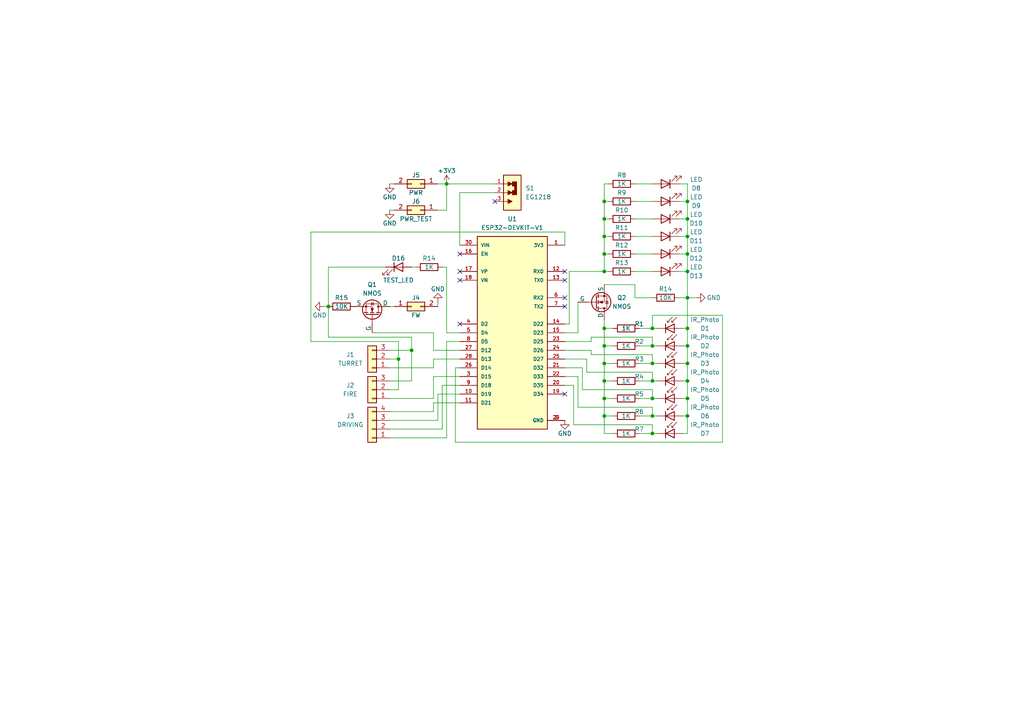
<source format=kicad_sch>
(kicad_sch (version 20230121) (generator eeschema)
  (paper "A4")
  (lib_symbols
    (symbol "Connector_Generic:Conn_01x03" (pin_names (offset 1.016) hide)
      (property "Reference" "J" (at 0 5.08 0))
      (property "Value" "Conn_01x03" (at 0 -5.08 0))
      (symbol "Conn_01x03_1_1"
        (rectangle (start -1.27 -2.413) (end 0 -2.667) (stroke (width 0.1524)))
        (rectangle (start -1.27 0.127) (end 0 -0.127) (stroke (width 0.1524)))
        (rectangle (start -1.27 2.667) (end 0 2.413) (stroke (width 0.1524)))
        (rectangle (start -1.27 3.81) (end 1.27 -3.81) (stroke (width 0.254)) (fill (type background)))
        (pin passive line (at -5.08 2.54 0) (length 3.81) (name "Pin_1") (number "1"))
        (pin passive line (at -5.08 0 0) (length 3.81) (name "Pin_2") (number "2"))
        (pin passive line (at -5.08 -2.54 0) (length 3.81) (name "Pin_3") (number "3"))
      )
    )
    (symbol "Connector_Generic:Conn_01x04" (pin_names (offset 1.016) hide)
      (property "Reference" "J" (at 0 5.08 0))
      (property "Value" "Conn_01x04" (at 0 -7.62 0))
      (symbol "Conn_01x04_1_1"
        (rectangle (start -1.27 -4.953) (end 0 -5.207) (stroke (width 0.1524)))
        (rectangle (start -1.27 -2.413) (end 0 -2.667) (stroke (width 0.1524)))
        (rectangle (start -1.27 0.127) (end 0 -0.127) (stroke (width 0.1524)))
        (rectangle (start -1.27 2.667) (end 0 2.413) (stroke (width 0.1524)))
        (rectangle (start -1.27 3.81) (end 1.27 -6.35) (stroke (width 0.254)) (fill (type background)))
        (pin passive line (at -5.08 2.54 0) (length 3.81) (name "Pin_1") (number "1"))
        (pin passive line (at -5.08 0 0) (length 3.81) (name "Pin_2") (number "2"))
        (pin passive line (at -5.08 -2.54 0) (length 3.81) (name "Pin_3") (number "3"))
        (pin passive line (at -5.08 -5.08 0) (length 3.81) (name "Pin_4") (number "4"))
      )
    )
    (symbol "Connector_Generic:Conn_02x01" (pin_names (offset 1.016) hide)
      (property "Reference" "J" (at 1.27 2.54 0))
      (property "Value" "Conn_02x01" (at 1.27 -2.54 0))
      (symbol "Conn_02x01_1_1"
        (rectangle (start -1.27 0.127) (end 0 -0.127) (stroke (width 0.1524)))
        (rectangle (start -1.27 1.27) (end 3.81 -1.27) (stroke (width 0.254)) (fill (type background)))
        (rectangle (start 3.81 0.127) (end 2.54 -0.127) (stroke (width 0.1524)))
        (pin passive line (at -5.08 0 0) (length 3.81) (name "Pin_1") (number "1"))
        (pin passive line (at 7.62 0 180) (length 3.81) (name "Pin_2") (number "2"))
      )
    )
    (symbol "Device:D_Photo" (pin_numbers hide) (pin_names hide)
      (property "Reference" "D" (at 0.508 1.778 0))
      (property "Value" "D_Photo" (at -1.016 -2.794 0))
      (symbol "D_Photo_0_1"
        (polyline (pts (xy -2.54 1.27) (xy -2.54 -1.27)) (stroke (width 0.254)))
        (polyline (pts (xy -2.032 1.778) (xy -1.524 1.778)))
        (polyline (pts (xy 0 0) (xy -2.54 0)))
        (polyline (pts (xy -0.508 3.302) (xy -2.032 1.778) (xy -2.032 2.286)))
        (polyline (pts (xy 0 -1.27) (xy 0 1.27) (xy -2.54 0) (xy 0 -1.27)) (stroke (width 0.254)))
        (polyline (pts (xy 0.762 3.302) (xy -0.762 1.778) (xy -0.762 2.286) (xy -0.762 1.778) (xy -0.254 1.778)))
      )
      (symbol "D_Photo_1_1"
        (pin passive line (at -5.08 0 0) (length 2.54) (name "K") (number "1"))
        (pin passive line (at 2.54 0 180) (length 2.54) (name "A") (number "2"))
      )
    )
    (symbol "Device:LED" (pin_numbers hide) (pin_names (offset 1.016) hide)
      (property "Reference" "D" (at 0 2.54 0))
      (property "Value" "LED" (at 0 -2.54 0))
      (symbol "LED_0_1"
        (polyline (pts (xy -1.27 -1.27) (xy -1.27 1.27)) (stroke (width 0.254)))
        (polyline (pts (xy -1.27 0) (xy 1.27 0)))
        (polyline (pts (xy 1.27 -1.27) (xy 1.27 1.27) (xy -1.27 0) (xy 1.27 -1.27)) (stroke (width 0.254)))
        (polyline (pts (xy -3.048 -0.762) (xy -4.572 -2.286) (xy -3.81 -2.286) (xy -4.572 -2.286) (xy -4.572 -1.524)))
        (polyline (pts (xy -1.778 -0.762) (xy -3.302 -2.286) (xy -2.54 -2.286) (xy -3.302 -2.286) (xy -3.302 -1.524)))
      )
      (symbol "LED_1_1"
        (pin passive line (at -3.81 0 0) (length 2.54) (name "K") (number "1"))
        (pin passive line (at 3.81 0 180) (length 2.54) (name "A") (number "2"))
      )
    )
    (symbol "Device:R" (pin_numbers hide) (pin_names (offset 0))
      (property "Reference" "R" (at 2.032 0 90))
      (property "Value" "R" (at 0 0 90))
      (symbol "R_0_1"
        (rectangle (start -1.016 -2.54) (end 1.016 2.54) (stroke (width 0.254)))
      )
      (symbol "R_1_1"
        (pin passive line (at 0 3.81 270) (length 1.27) (name "~") (number "1"))
        (pin passive line (at 0 -3.81 90) (length 1.27) (name "~") (number "2"))
      )
    )
    (symbol "EG1218:EG1218" (pin_names (offset 1.016))
      (property "Reference" "S" (at -5.08 5.842 0))
      (property "Value" "EG1218" (at -5.08 -7.62 0))
      (symbol "EG1218_0_0"
        (rectangle (start -2.54 -5.08) (end 2.54 5.08) (stroke (width 0.254)) (fill (type background)))
        (polyline (pts (xy -2.54 -2.54) (xy -1.27 -2.54)) (stroke (width 0.1524)))
        (polyline (pts (xy -2.54 0) (xy -1.27 0)) (stroke (width 0.1524)))
        (polyline (pts (xy -2.54 2.54) (xy -1.27 2.54)) (stroke (width 0.1524)))
        (polyline (pts (xy -1.27 -1.905) (xy -1.27 -3.175) (xy 0 -2.54) (xy -1.27 -1.905)) (stroke (width 0.1524)) (fill (type outline)))
        (polyline (pts (xy -1.27 0.635) (xy -1.27 -0.635) (xy 0 0) (xy -1.27 0.635)) (stroke (width 0.1524)) (fill (type outline)))
        (polyline (pts (xy -1.27 3.175) (xy -1.27 1.905) (xy 0 2.54) (xy -1.27 3.175)) (stroke (width 0.1524)) (fill (type outline)))
        (polyline (pts (xy 0 1.905) (xy 0 3.175) (xy 1.27 3.175) (xy 1.27 -0.635) (xy 0 -0.635) (xy 0 0.635) (xy 0.635 0.635) (xy 0.635 1.905) (xy 0 1.905)) (stroke (width 0.1524)) (fill (type outline)))
        (pin passive line (at -5.08 2.54 0) (length 2.54) (name "~") (number "1"))
        (pin passive line (at -5.08 0 0) (length 2.54) (name "~") (number "2"))
        (pin passive line (at -5.08 -2.54 0) (length 2.54) (name "~") (number "3"))
      )
    )
    (symbol "ESP32-DEVKIT-V1:ESP32-DEVKIT-V1" (pin_names (offset 1.016))
      (property "Reference" "U" (at -10.16 30.48 0))
      (property "Value" "ESP32-DEVKIT-V1" (at -10.16 -30.48 0))
      (symbol "ESP32-DEVKIT-V1_0_0"
        (rectangle (start -10.16 -27.94) (end 10.16 27.94) (stroke (width 0.254)) (fill (type background)))
        (pin output line (at 15.24 25.4 180) (length 5.08) (name "3V3") (number "1"))
        (pin bidirectional line (at -15.24 -17.78 0) (length 5.08) (name "D19") (number "10"))
        (pin bidirectional line (at -15.24 -20.32 0) (length 5.08) (name "D21") (number "11"))
        (pin input line (at 15.24 17.78 180) (length 5.08) (name "RX0") (number "12"))
        (pin output line (at 15.24 15.24 180) (length 5.08) (name "TX0") (number "13"))
        (pin bidirectional line (at 15.24 2.54 180) (length 5.08) (name "D22") (number "14"))
        (pin bidirectional line (at 15.24 0 180) (length 5.08) (name "D23") (number "15"))
        (pin input line (at -15.24 22.86 0) (length 5.08) (name "EN") (number "16"))
        (pin bidirectional line (at -15.24 17.78 0) (length 5.08) (name "VP") (number "17"))
        (pin bidirectional line (at -15.24 15.24 0) (length 5.08) (name "VN") (number "18"))
        (pin bidirectional line (at 15.24 -17.78 180) (length 5.08) (name "D34") (number "19"))
        (pin power_in line (at 15.24 -25.4 180) (length 5.08) (name "GND") (number "2"))
        (pin bidirectional line (at 15.24 -15.24 180) (length 5.08) (name "D35") (number "20"))
        (pin bidirectional line (at 15.24 -10.16 180) (length 5.08) (name "D32") (number "21"))
        (pin bidirectional line (at 15.24 -12.7 180) (length 5.08) (name "D33") (number "22"))
        (pin bidirectional line (at 15.24 -2.54 180) (length 5.08) (name "D25") (number "23"))
        (pin bidirectional line (at 15.24 -5.08 180) (length 5.08) (name "D26") (number "24"))
        (pin bidirectional line (at 15.24 -7.62 180) (length 5.08) (name "D27") (number "25"))
        (pin bidirectional line (at -15.24 -10.16 0) (length 5.08) (name "D14") (number "26"))
        (pin bidirectional line (at -15.24 -5.08 0) (length 5.08) (name "D12") (number "27"))
        (pin bidirectional line (at -15.24 -7.62 0) (length 5.08) (name "D13") (number "28"))
        (pin power_in line (at 15.24 -25.4 180) (length 5.08) (name "GND") (number "29"))
        (pin bidirectional line (at -15.24 -12.7 0) (length 5.08) (name "D15") (number "3"))
        (pin input line (at -15.24 25.4 0) (length 5.08) (name "VIN") (number "30"))
        (pin bidirectional line (at -15.24 2.54 0) (length 5.08) (name "D2") (number "4"))
        (pin bidirectional line (at -15.24 0 0) (length 5.08) (name "D4") (number "5"))
        (pin input line (at 15.24 10.16 180) (length 5.08) (name "RX2") (number "6"))
        (pin output line (at 15.24 7.62 180) (length 5.08) (name "TX2") (number "7"))
        (pin bidirectional line (at -15.24 -2.54 0) (length 5.08) (name "D5") (number "8"))
        (pin bidirectional line (at -15.24 -15.24 0) (length 5.08) (name "D18") (number "9"))
      )
    )
    (symbol "Simulation_SPICE:NMOS" (pin_numbers hide) (pin_names (offset 0))
      (property "Reference" "Q" (at 5.08 1.27 0))
      (property "Value" "NMOS" (at 5.08 -1.27 0))
      (symbol "NMOS_0_1"
        (polyline (pts (xy 0.254 0) (xy -2.54 0)))
        (polyline (pts (xy 0.254 1.905) (xy 0.254 -1.905)) (stroke (width 0.254)))
        (polyline (pts (xy 0.762 -1.27) (xy 0.762 -2.286)) (stroke (width 0.254)))
        (polyline (pts (xy 0.762 0.508) (xy 0.762 -0.508)) (stroke (width 0.254)))
        (polyline (pts (xy 0.762 2.286) (xy 0.762 1.27)) (stroke (width 0.254)))
        (polyline (pts (xy 2.54 2.54) (xy 2.54 1.778)))
        (polyline (pts (xy 2.54 -2.54) (xy 2.54 0) (xy 0.762 0)))
        (polyline (pts (xy 0.762 -1.778) (xy 3.302 -1.778) (xy 3.302 1.778) (xy 0.762 1.778)))
        (polyline (pts (xy 1.016 0) (xy 2.032 0.381) (xy 2.032 -0.381) (xy 1.016 0)) (fill (type outline)))
        (polyline (pts (xy 2.794 0.508) (xy 2.921 0.381) (xy 3.683 0.381) (xy 3.81 0.254)))
        (polyline (pts (xy 3.302 0.381) (xy 2.921 -0.254) (xy 3.683 -0.254) (xy 3.302 0.381)))
        (circle (center 1.651 0) (radius 2.794) (stroke (width 0.254)))
        (circle (center 2.54 -1.778) (radius 0.254) (fill (type outline)))
        (circle (center 2.54 1.778) (radius 0.254) (fill (type outline)))
      )
      (symbol "NMOS_1_1"
        (pin passive line (at 2.54 5.08 270) (length 2.54) (name "D") (number "1"))
        (pin input line (at -5.08 0 0) (length 2.54) (name "G") (number "2"))
        (pin passive line (at 2.54 -5.08 90) (length 2.54) (name "S") (number "3"))
      )
    )
    (symbol "power:+3V3" (power) (pin_names (offset 0))
      (property "Value" "+3V3" (at 0 3.556 0))
      (symbol "+3V3_0_1"
        (polyline (pts (xy -0.762 1.27) (xy 0 2.54)))
        (polyline (pts (xy 0 0) (xy 0 2.54)))
        (polyline (pts (xy 0 2.54) (xy 0.762 1.27)))
      )
      (symbol "+3V3_1_1"
        (pin power_in line (at 0 0 90) (length 0) hide (name "+3V3") (number "1"))
      )
    )
    (symbol "power:GND" (power) (pin_names (offset 0))
      (property "Value" "GND" (at 0 -3.81 0))
      (symbol "GND_0_1"
        (polyline (pts (xy 0 0) (xy 0 -1.27) (xy 1.27 -1.27) (xy 0 -2.54) (xy -1.27 -1.27) (xy 0 -1.27)))
      )
      (symbol "GND_1_1"
        (pin power_in line (at 0 0 270) (length 0) hide (name "GND") (number "1"))
      )
    )
  )
  (junction (at 199.39 120.65))
  (junction (at 199.39 115.57))
  (junction (at 175.26 105.41))
  (junction (at 199.39 100.33))
  (junction (at 199.39 63.5))
  (junction (at 199.39 68.58))
  (junction (at 115.57 104.14))
  (junction (at 175.26 78.74))
  (junction (at 199.39 86.36))
  (junction (at 175.26 63.5))
  (junction (at 129.54 53.34))
  (junction (at 199.39 95.25))
  (junction (at 199.39 110.49))
  (junction (at 189.23 110.49))
  (junction (at 175.26 120.65))
  (junction (at 189.23 120.65))
  (junction (at 199.39 105.41))
  (junction (at 199.39 73.66))
  (junction (at 95.25 88.9))
  (junction (at 199.39 58.42))
  (junction (at 175.26 100.33))
  (junction (at 189.23 100.33))
  (junction (at 175.26 115.57))
  (junction (at 189.23 125.73))
  (junction (at 119.38 101.6))
  (junction (at 175.26 110.49))
  (junction (at 189.23 105.41))
  (junction (at 189.23 115.57))
  (junction (at 175.26 68.58))
  (junction (at 199.39 78.74))
  (junction (at 189.23 95.25))
  (junction (at 175.26 58.42))
  (junction (at 175.26 73.66))
  (junction (at 175.26 95.25))
  (no_connect (at 143.51 58.42))
  (no_connect (at 163.83 78.74))
  (no_connect (at 163.83 88.9))
  (no_connect (at 163.83 81.28))
  (no_connect (at 133.35 73.66))
  (no_connect (at 163.83 86.36))
  (no_connect (at 133.35 81.28))
  (no_connect (at 133.35 93.98))
  (no_connect (at 133.35 78.74))
  (no_connect (at 163.83 114.3))
  (wire (pts (xy 95.25 77.47) (xy 95.25 88.9)))
  (wire (pts (xy 196.85 78.74) (xy 199.39 78.74)))
  (wire (pts (xy 170.18 107.95) (xy 170.18 104.14)))
  (wire (pts (xy 185.42 100.33) (xy 189.23 100.33)))
  (wire (pts (xy 166.37 111.76) (xy 163.83 111.76)))
  (wire (pts (xy 175.26 115.57) (xy 177.8 115.57)))
  (wire (pts (xy 127 121.92) (xy 127 114.3)))
  (wire (pts (xy 120.65 77.47) (xy 119.38 77.47)))
  (wire (pts (xy 129.54 77.47) (xy 129.54 96.52)))
  (wire (pts (xy 189.23 100.33) (xy 189.23 97.79)))
  (wire (pts (xy 175.26 73.66) (xy 175.26 78.74)))
  (wire (pts (xy 163.83 99.06) (xy 171.45 99.06)))
  (wire (pts (xy 184.15 53.34) (xy 189.23 53.34)))
  (wire (pts (xy 184.15 82.55) (xy 184.15 86.36)))
  (wire (pts (xy 189.23 100.33) (xy 190.5 100.33)))
  (wire (pts (xy 165.1 78.74) (xy 175.26 78.74)))
  (wire (pts (xy 113.03 53.34) (xy 114.3 53.34)))
  (wire (pts (xy 199.39 78.74) (xy 199.39 86.36)))
  (wire (pts (xy 189.23 95.25) (xy 189.23 91.44)))
  (wire (pts (xy 129.54 99.06) (xy 133.35 99.06)))
  (wire (pts (xy 199.39 86.36) (xy 201.93 86.36)))
  (wire (pts (xy 143.51 55.88) (xy 133.35 55.88)))
  (wire (pts (xy 196.85 86.36) (xy 199.39 86.36)))
  (wire (pts (xy 175.26 82.55) (xy 184.15 82.55)))
  (wire (pts (xy 90.17 99.06) (xy 90.17 67.31)))
  (wire (pts (xy 163.83 93.98) (xy 165.1 93.98)))
  (wire (pts (xy 185.42 125.73) (xy 189.23 125.73)))
  (wire (pts (xy 175.26 120.65) (xy 175.26 115.57)))
  (wire (pts (xy 185.42 110.49) (xy 189.23 110.49)))
  (wire (pts (xy 132.08 128.27) (xy 132.08 106.68)))
  (wire (pts (xy 189.23 120.65) (xy 190.5 120.65)))
  (wire (pts (xy 199.39 73.66) (xy 199.39 78.74)))
  (wire (pts (xy 128.27 111.76) (xy 133.35 111.76)))
  (wire (pts (xy 113.03 124.46) (xy 128.27 124.46)))
  (wire (pts (xy 113.03 101.6) (xy 119.38 101.6)))
  (wire (pts (xy 199.39 115.57) (xy 199.39 120.65)))
  (wire (pts (xy 111.76 77.47) (xy 95.25 77.47)))
  (wire (pts (xy 115.57 104.14) (xy 113.03 104.14)))
  (wire (pts (xy 198.12 120.65) (xy 199.39 120.65)))
  (wire (pts (xy 113.03 121.92) (xy 127 121.92)))
  (wire (pts (xy 196.85 58.42) (xy 199.39 58.42)))
  (wire (pts (xy 107.95 96.52) (xy 125.73 96.52)))
  (wire (pts (xy 198.12 125.73) (xy 199.39 125.73)))
  (wire (pts (xy 125.73 115.57) (xy 125.73 109.22)))
  (wire (pts (xy 163.83 106.68) (xy 168.91 106.68)))
  (wire (pts (xy 175.26 115.57) (xy 175.26 110.49)))
  (wire (pts (xy 196.85 53.34) (xy 199.39 53.34)))
  (wire (pts (xy 113.03 115.57) (xy 125.73 115.57)))
  (wire (pts (xy 189.23 125.73) (xy 189.23 123.19)))
  (wire (pts (xy 163.83 67.31) (xy 163.83 71.12)))
  (wire (pts (xy 175.26 58.42) (xy 176.53 58.42)))
  (wire (pts (xy 114.3 88.9) (xy 113.03 88.9)))
  (wire (pts (xy 175.26 110.49) (xy 177.8 110.49)))
  (wire (pts (xy 125.73 109.22) (xy 133.35 109.22)))
  (wire (pts (xy 95.25 88.9) (xy 93.98 88.9)))
  (wire (pts (xy 199.39 95.25) (xy 199.39 100.33)))
  (wire (pts (xy 119.38 97.79) (xy 119.38 101.6)))
  (wire (pts (xy 167.64 87.63) (xy 167.64 96.52)))
  (wire (pts (xy 189.23 97.79) (xy 171.45 97.79)))
  (wire (pts (xy 95.25 97.79) (xy 119.38 97.79)))
  (wire (pts (xy 125.73 106.68) (xy 125.73 104.14)))
  (wire (pts (xy 129.54 53.34) (xy 129.54 60.96)))
  (wire (pts (xy 198.12 115.57) (xy 199.39 115.57)))
  (wire (pts (xy 198.12 95.25) (xy 199.39 95.25)))
  (wire (pts (xy 95.25 88.9) (xy 95.25 97.79)))
  (wire (pts (xy 184.15 68.58) (xy 189.23 68.58)))
  (wire (pts (xy 185.42 105.41) (xy 189.23 105.41)))
  (wire (pts (xy 163.83 104.14) (xy 170.18 104.14)))
  (wire (pts (xy 189.23 102.87) (xy 171.45 102.87)))
  (wire (pts (xy 199.39 58.42) (xy 199.39 63.5)))
  (wire (pts (xy 113.03 119.38) (xy 125.73 119.38)))
  (wire (pts (xy 185.42 95.25) (xy 189.23 95.25)))
  (wire (pts (xy 125.73 101.6) (xy 125.73 96.52)))
  (wire (pts (xy 115.57 113.03) (xy 115.57 104.14)))
  (wire (pts (xy 125.73 119.38) (xy 125.73 116.84)))
  (wire (pts (xy 184.15 58.42) (xy 189.23 58.42)))
  (wire (pts (xy 184.15 63.5) (xy 189.23 63.5)))
  (wire (pts (xy 177.8 125.73) (xy 175.26 125.73)))
  (wire (pts (xy 125.73 116.84) (xy 133.35 116.84)))
  (wire (pts (xy 119.38 101.6) (xy 119.38 110.49)))
  (wire (pts (xy 184.15 73.66) (xy 189.23 73.66)))
  (wire (pts (xy 196.85 68.58) (xy 199.39 68.58)))
  (wire (pts (xy 175.26 58.42) (xy 175.26 63.5)))
  (wire (pts (xy 189.23 118.11) (xy 167.64 118.11)))
  (wire (pts (xy 189.23 115.57) (xy 189.23 113.03)))
  (wire (pts (xy 132.08 106.68) (xy 133.35 106.68)))
  (wire (pts (xy 113.03 127) (xy 129.54 127)))
  (wire (pts (xy 198.12 105.41) (xy 199.39 105.41)))
  (wire (pts (xy 119.38 110.49) (xy 113.03 110.49)))
  (wire (pts (xy 199.39 105.41) (xy 199.39 110.49)))
  (wire (pts (xy 175.26 120.65) (xy 177.8 120.65)))
  (wire (pts (xy 133.35 55.88) (xy 133.35 71.12)))
  (wire (pts (xy 113.03 106.68) (xy 125.73 106.68)))
  (wire (pts (xy 113.03 113.03) (xy 115.57 113.03)))
  (wire (pts (xy 175.26 100.33) (xy 177.8 100.33)))
  (wire (pts (xy 175.26 95.25) (xy 177.8 95.25)))
  (wire (pts (xy 189.23 110.49) (xy 189.23 107.95)))
  (wire (pts (xy 129.54 53.34) (xy 143.51 53.34)))
  (wire (pts (xy 175.26 63.5) (xy 175.26 68.58)))
  (wire (pts (xy 199.39 53.34) (xy 199.39 58.42)))
  (wire (pts (xy 189.23 105.41) (xy 189.23 102.87)))
  (wire (pts (xy 189.23 107.95) (xy 170.18 107.95)))
  (wire (pts (xy 184.15 86.36) (xy 189.23 86.36)))
  (wire (pts (xy 166.37 123.19) (xy 166.37 111.76)))
  (wire (pts (xy 199.39 63.5) (xy 199.39 68.58)))
  (wire (pts (xy 189.23 110.49) (xy 190.5 110.49)))
  (wire (pts (xy 189.23 120.65) (xy 189.23 118.11)))
  (wire (pts (xy 163.83 101.6) (xy 171.45 101.6)))
  (wire (pts (xy 184.15 78.74) (xy 189.23 78.74)))
  (wire (pts (xy 199.39 86.36) (xy 199.39 95.25)))
  (wire (pts (xy 175.26 78.74) (xy 176.53 78.74)))
  (wire (pts (xy 175.26 110.49) (xy 175.26 105.41)))
  (wire (pts (xy 129.54 53.34) (xy 127 53.34)))
  (wire (pts (xy 175.26 53.34) (xy 175.26 58.42)))
  (wire (pts (xy 165.1 93.98) (xy 165.1 78.74)))
  (wire (pts (xy 198.12 110.49) (xy 199.39 110.49)))
  (wire (pts (xy 189.23 115.57) (xy 190.5 115.57)))
  (wire (pts (xy 125.73 101.6) (xy 133.35 101.6)))
  (wire (pts (xy 185.42 120.65) (xy 189.23 120.65)))
  (wire (pts (xy 168.91 113.03) (xy 168.91 106.68)))
  (wire (pts (xy 175.26 73.66) (xy 176.53 73.66)))
  (wire (pts (xy 175.26 105.41) (xy 177.8 105.41)))
  (wire (pts (xy 163.83 109.22) (xy 167.64 109.22)))
  (wire (pts (xy 189.23 105.41) (xy 190.5 105.41)))
  (wire (pts (xy 128.27 77.47) (xy 129.54 77.47)))
  (wire (pts (xy 176.53 53.34) (xy 175.26 53.34)))
  (wire (pts (xy 175.26 68.58) (xy 175.26 73.66)))
  (wire (pts (xy 199.39 120.65) (xy 199.39 125.73)))
  (wire (pts (xy 129.54 60.96) (xy 127 60.96)))
  (wire (pts (xy 209.55 128.27) (xy 132.08 128.27)))
  (wire (pts (xy 167.64 96.52) (xy 163.83 96.52)))
  (wire (pts (xy 196.85 63.5) (xy 199.39 63.5)))
  (wire (pts (xy 127 114.3) (xy 133.35 114.3)))
  (wire (pts (xy 209.55 91.44) (xy 209.55 128.27)))
  (wire (pts (xy 171.45 102.87) (xy 171.45 101.6)))
  (wire (pts (xy 185.42 115.57) (xy 189.23 115.57)))
  (wire (pts (xy 175.26 95.25) (xy 175.26 100.33)))
  (wire (pts (xy 129.54 96.52) (xy 133.35 96.52)))
  (wire (pts (xy 189.23 95.25) (xy 190.5 95.25)))
  (wire (pts (xy 115.57 99.06) (xy 90.17 99.06)))
  (wire (pts (xy 113.03 60.96) (xy 114.3 60.96)))
  (wire (pts (xy 198.12 100.33) (xy 199.39 100.33)))
  (wire (pts (xy 175.26 105.41) (xy 175.26 100.33)))
  (wire (pts (xy 171.45 97.79) (xy 171.45 99.06)))
  (wire (pts (xy 175.26 68.58) (xy 176.53 68.58)))
  (wire (pts (xy 175.26 92.71) (xy 175.26 95.25)))
  (wire (pts (xy 128.27 124.46) (xy 128.27 111.76)))
  (wire (pts (xy 90.17 67.31) (xy 163.83 67.31)))
  (wire (pts (xy 196.85 73.66) (xy 199.39 73.66)))
  (wire (pts (xy 189.23 113.03) (xy 168.91 113.03)))
  (wire (pts (xy 189.23 123.19) (xy 166.37 123.19)))
  (wire (pts (xy 199.39 68.58) (xy 199.39 73.66)))
  (wire (pts (xy 189.23 125.73) (xy 190.5 125.73)))
  (wire (pts (xy 175.26 125.73) (xy 175.26 120.65)))
  (wire (pts (xy 175.26 63.5) (xy 176.53 63.5)))
  (wire (pts (xy 189.23 91.44) (xy 209.55 91.44)))
  (wire (pts (xy 129.54 127) (xy 129.54 99.06)))
  (wire (pts (xy 199.39 100.33) (xy 199.39 105.41)))
  (wire (pts (xy 115.57 104.14) (xy 115.57 99.06)))
  (wire (pts (xy 167.64 118.11) (xy 167.64 109.22)))
  (wire (pts (xy 199.39 110.49) (xy 199.39 115.57)))
  (wire (pts (xy 127 87.63) (xy 127 88.9)))
  (wire (pts (xy 125.73 104.14) (xy 133.35 104.14)))
  (symbol (lib_id "Simulation_SPICE:NMOS") (at 172.72 87.63 0) (mirror x) (unit 1)
    (property "Reference" "Q2" (at 180.34 86.36 0))
    (property "Value" "NMOS" (at 180.34 88.9 0))
    (property "Datasheet" "https://ngspice.sourceforge.io/docs/ngspice-manual.pdf" (effects hide))
    (property "Sim.Device" "NMOS" (effects hide))
    (property "Sim.Type" "VDMOS" (effects hide))
    (property "Sim.Pins" "1=D 2=G 3=S" (effects hide))
  )
  (symbol (lib_id "Device:LED") (at 193.04 73.66 180) (unit 1)
    (property "Reference" "D12" (at 201.93 74.93 0))
    (property "Value" "LED" (at 201.93 72.39 0))
  )
  (symbol (lib_id "power:GND") (at 163.83 121.92 0) (unit 1)
    (property "Reference" "#PWR04" (effects hide))
    (property "Value" "GND" (at 163.83 125.73 0))
  )
  (symbol (lib_id "Device:R") (at 181.61 105.41 90) (unit 1)
    (property "Reference" "R3" (at 185.42 104.14 90))
    (property "Value" "1K" (at 181.61 105.41 90))
  )
  (symbol (lib_id "Device:R") (at 180.34 53.34 90) (unit 1)
    (property "Reference" "R8" (at 180.34 50.8 90))
    (property "Value" "1K" (at 180.34 53.34 90))
  )
  (symbol (lib_id "Device:LED") (at 193.04 68.58 180) (unit 1)
    (property "Reference" "D11" (at 201.93 69.85 0))
    (property "Value" "LED" (at 201.93 67.31 0))
  )
  (symbol (lib_id "Device:R") (at 181.61 110.49 90) (unit 1)
    (property "Reference" "R4" (at 185.42 109.22 90))
    (property "Value" "1K" (at 181.61 110.49 90))
  )
  (symbol (lib_id "Device:D_Photo") (at 195.58 110.49 0) (unit 1)
    (property "Reference" "D4" (at 204.47 110.49 0))
    (property "Value" "IR_Photo" (at 204.47 107.95 0))
  )
  (symbol (lib_id "Device:R") (at 181.61 100.33 90) (unit 1)
    (property "Reference" "R2" (at 185.42 99.06 90))
    (property "Value" "1K" (at 181.61 100.33 90))
  )
  (symbol (lib_id "Device:LED") (at 193.04 53.34 180) (unit 1)
    (property "Reference" "D8" (at 201.93 54.61 0))
    (property "Value" "LED" (at 201.93 52.07 0))
  )
  (symbol (lib_id "power:GND") (at 113.03 53.34 0) (unit 1)
    (property "Reference" "#PWR02" (effects hide))
    (property "Value" "GND" (at 113.03 57.15 0))
  )
  (symbol (lib_id "power:+3V3") (at 129.54 53.34 0) (unit 1)
    (property "Reference" "#PWR01" (effects hide))
    (property "Value" "+3V3" (at 129.54 49.53 0))
  )
  (symbol (lib_id "Connector_Generic:Conn_02x01") (at 121.92 53.34 180) (unit 1)
    (property "Reference" "J5" (at 120.65 50.8 0))
    (property "Value" "PWR" (at 120.65 55.88 0))
    (property "Footprint" "Connector_PinHeader_2.54mm:PinHeader_1x02_P2.54mm_Vertical" (effects hide))
  )
  (symbol (lib_id "Device:D_Photo") (at 195.58 125.73 0) (unit 1)
    (property "Reference" "D7" (at 204.47 125.73 0))
    (property "Value" "IR_Photo" (at 204.47 123.19 0))
  )
  (symbol (lib_id "Simulation_SPICE:NMOS") (at 107.95 91.44 270) (mirror x) (unit 1)
    (property "Reference" "Q1" (at 107.95 82.55 90))
    (property "Value" "NMOS" (at 107.95 85.09 90))
    (property "Datasheet" "https://ngspice.sourceforge.io/docs/ngspice-manual.pdf" (effects hide))
    (property "Sim.Device" "NMOS" (effects hide))
    (property "Sim.Type" "VDMOS" (effects hide))
    (property "Sim.Pins" "1=D 2=G 3=S" (effects hide))
  )
  (symbol (lib_id "Device:R") (at 181.61 125.73 90) (unit 1)
    (property "Reference" "R7" (at 185.42 124.46 90))
    (property "Value" "1K" (at 181.61 125.73 90))
  )
  (symbol (lib_id "EG1218:EG1218") (at 148.59 55.88 0) (unit 1)
    (property "Reference" "S1" (at 152.4 54.61 0) (effects (justify left)))
    (property "Value" "EG1218" (at 152.4 57.15 0) (effects (justify left)))
    (property "Footprint" "EG1218:SW_EG1218" (effects hide))
    (property "MF" "E-Switch" (effects hide))
    (property "DESCRIPTION" "Slide Switch SPDT Through Hole" (effects hide))
    (property "PACKAGE" "None" (effects hide))
    (property "PRICE" "None" (effects hide))
    (property "MP" "EG1218" (effects hide))
    (property "AVAILABILITY" "In Stock" (effects hide))
    (property "PURCHASE-URL" "https://pricing.snapeda.com/search/part/EG1218/?ref=eda" (effects hide))
  )
  (symbol (lib_id "Device:R") (at 180.34 58.42 90) (unit 1)
    (property "Reference" "R9" (at 180.34 55.88 90))
    (property "Value" "1K" (at 180.34 58.42 90))
  )
  (symbol (lib_id "Device:R") (at 180.34 68.58 90) (unit 1)
    (property "Reference" "R11" (at 180.34 66.04 90))
    (property "Value" "1K" (at 180.34 68.58 90))
  )
  (symbol (lib_id "Device:LED") (at 193.04 78.74 180) (unit 1)
    (property "Reference" "D13" (at 201.93 80.01 0))
    (property "Value" "LED" (at 201.93 77.47 0))
  )
  (symbol (lib_id "Device:R") (at 180.34 73.66 90) (unit 1)
    (property "Reference" "R12" (at 180.34 71.12 90))
    (property "Value" "1K" (at 180.34 73.66 90))
  )
  (symbol (lib_id "Device:D_Photo") (at 195.58 105.41 0) (unit 1)
    (property "Reference" "D3" (at 204.47 105.41 0))
    (property "Value" "IR_Photo" (at 204.47 102.87 0))
  )
  (symbol (lib_id "Device:R") (at 181.61 95.25 90) (unit 1)
    (property "Reference" "R1" (at 185.42 93.98 90))
    (property "Value" "1K" (at 181.61 95.25 90))
  )
  (symbol (lib_id "Device:R") (at 180.34 63.5 90) (unit 1)
    (property "Reference" "R10" (at 180.34 60.96 90))
    (property "Value" "1K" (at 180.34 63.5 90))
  )
  (symbol (lib_id "Device:LED") (at 193.04 63.5 180) (unit 1)
    (property "Reference" "D10" (at 201.93 64.77 0))
    (property "Value" "LED" (at 201.93 62.23 0))
  )
  (symbol (lib_id "Device:R") (at 181.61 115.57 90) (unit 1)
    (property "Reference" "R5" (at 185.42 114.3 90))
    (property "Value" "1K" (at 181.61 115.57 90))
  )
  (symbol (lib_id "Connector_Generic:Conn_01x04") (at 107.95 124.46 180) (unit 1)
    (property "Reference" "J3" (at 101.6 120.65 0))
    (property "Value" "DRIVING" (at 101.6 123.19 0))
  )
  (symbol (lib_id "Device:D_Photo") (at 195.58 100.33 0) (unit 1)
    (property "Reference" "D2" (at 204.47 100.33 0))
    (property "Value" "IR_Photo" (at 204.47 97.79 0))
  )
  (symbol (lib_id "Device:LED") (at 115.57 77.47 0) (unit 1)
    (property "Reference" "D16" (at 115.57 74.93 0))
    (property "Value" "TEST_LED" (at 115.57 81.28 0))
  )
  (symbol (lib_id "Device:D_Photo") (at 195.58 120.65 0) (unit 1)
    (property "Reference" "D6" (at 204.47 120.65 0))
    (property "Value" "IR_Photo" (at 204.47 118.11 0))
  )
  (symbol (lib_id "Device:R") (at 124.46 77.47 270) (unit 1)
    (property "Reference" "R14" (at 124.46 74.93 90))
    (property "Value" "1K" (at 124.46 77.47 90))
  )
  (symbol (lib_id "Device:R") (at 180.34 78.74 90) (unit 1)
    (property "Reference" "R13" (at 180.34 76.2 90))
    (property "Value" "1K" (at 180.34 78.74 90))
  )
  (symbol (lib_id "power:GND") (at 93.98 88.9 270) (unit 1)
    (property "Reference" "#PWR08" (effects hide))
    (property "Value" "GND" (at 92.71 91.44 90))
  )
  (symbol (lib_id "Device:LED") (at 193.04 58.42 180) (unit 1)
    (property "Reference" "D9" (at 201.93 59.69 0))
    (property "Value" "LED" (at 201.93 57.15 0))
  )
  (symbol (lib_id "Connector_Generic:Conn_01x03") (at 107.95 113.03 180) (unit 1)
    (property "Reference" "J2" (at 101.6 111.76 0))
    (property "Value" "FIRE" (at 101.6 114.3 0))
  )
  (symbol (lib_id "Device:D_Photo") (at 195.58 115.57 0) (unit 1)
    (property "Reference" "D5" (at 204.47 115.57 0))
    (property "Value" "IR_Photo" (at 204.47 113.03 0))
  )
  (symbol (lib_id "Connector_Generic:Conn_01x03") (at 107.95 104.14 180) (unit 1)
    (property "Reference" "J1" (at 101.6 102.87 0))
    (property "Value" "TURRET" (at 101.6 105.41 0))
  )
  (symbol (lib_id "ESP32-DEVKIT-V1:ESP32-DEVKIT-V1") (at 148.59 96.52 0) (unit 1)
    (property "Reference" "U1" (at 148.59 63.5 0))
    (property "Value" "ESP32-DEVKIT-V1" (at 148.59 66.04 0))
    (property "Footprint" "ESP32-DEVKIT-V1:MODULE_ESP32_DEVKIT_V1" (effects hide))
    (property "MF" "Do it" (effects hide))
    (property "MAXIMUM_PACKAGE_HEIGHT" "6.8 mm" (effects hide))
    (property "Package" "None" (effects hide))
    (property "Price" "None" (effects hide))
    (property "Check_prices" "https://www.snapeda.com/parts/ESP32-DEVKIT-V1/Do+it/view-part/?ref=eda" (effects hide))
    (property "STANDARD" "Manufacturer Recommendations" (effects hide))
    (property "PARTREV" "N/A" (effects hide))
    (property "SnapEDA_Link" "https://www.snapeda.com/parts/ESP32-DEVKIT-V1/Do+it/view-part/?ref=snap" (effects hide))
    (property "MP" "ESP32-DEVKIT-V1" (effects hide))
    (property "Description" "\nDual core, Wi-Fi: 2.4 GHz up to 150 Mbits/s,BLE (Bluetooth Low Energy) and legacy Bluetooth, 32 bits, Up to 240 MHz\n" (effects hide))
    (property "Availability" "Not in stock" (effects hide))
    (property "MANUFACTURER" "DOIT" (effects hide))
  )
  (symbol (lib_id "Device:R") (at 99.06 88.9 270) (unit 1)
    (property "Reference" "R15" (at 99.06 86.36 90))
    (property "Value" "10K" (at 99.06 88.9 90))
  )
  (symbol (lib_id "Connector_Generic:Conn_02x01") (at 121.92 60.96 180) (unit 1)
    (property "Reference" "J6" (at 120.65 58.42 0))
    (property "Value" "PWR_TEST" (at 120.65 63.5 0))
    (property "Footprint" "Connector_PinHeader_2.54mm:PinHeader_1x02_P2.54mm_Vertical" (effects hide))
  )
  (symbol (lib_id "Device:R") (at 181.61 120.65 90) (unit 1)
    (property "Reference" "R6" (at 185.42 119.38 90))
    (property "Value" "1K" (at 181.61 120.65 90))
  )
  (symbol (lib_id "Connector_Generic:Conn_02x01") (at 119.38 88.9 0) (unit 1)
    (property "Reference" "J4" (at 120.65 86.36 0))
    (property "Value" "FW" (at 120.65 91.44 0))
    (property "Footprint" "Connector_PinHeader_2.54mm:PinHeader_1x02_P2.54mm_Vertical" (effects hide))
  )
  (symbol (lib_id "Device:D_Photo") (at 195.58 95.25 0) (unit 1)
    (property "Reference" "D1" (at 204.47 95.25 0))
    (property "Value" "IR_Photo" (at 204.47 92.71 0))
  )
  (symbol (lib_id "power:GND") (at 127 87.63 180) (unit 1)
    (property "Reference" "#PWR05" (effects hide))
    (property "Value" "GND" (at 127 83.82 0))
  )
  (symbol (lib_id "Device:R") (at 193.04 86.36 90) (unit 1)
    (property "Reference" "R14" (at 193.04 83.82 90))
    (property "Value" "10K" (at 193.04 86.36 90))
  )
  (symbol (lib_id "power:GND") (at 201.93 86.36 90) (unit 1)
    (property "Reference" "#PWR03" (effects hide))
    (property "Value" "GND" (at 207.01 86.36 90))
  )
  (symbol (lib_id "power:GND") (at 113.03 60.96 0) (unit 1)
    (property "Reference" "#PWR012" (effects hide))
    (property "Value" "GND" (at 113.03 64.77 0))
  )
)
</source>
